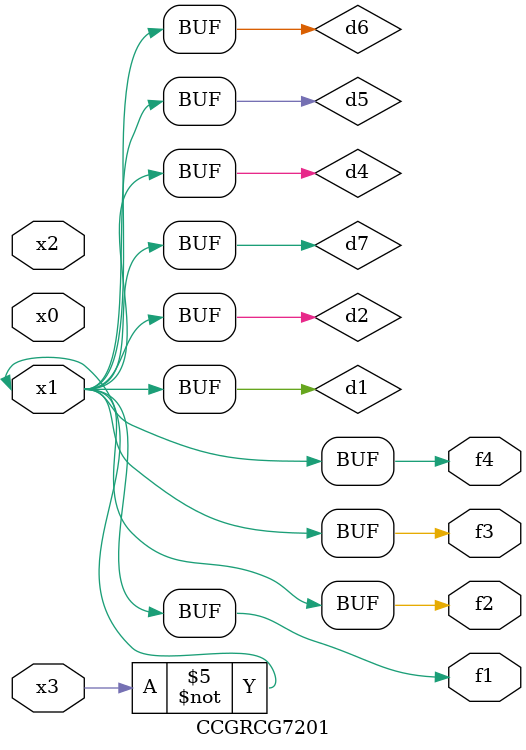
<source format=v>
module CCGRCG7201(
	input x0, x1, x2, x3,
	output f1, f2, f3, f4
);

	wire d1, d2, d3, d4, d5, d6, d7;

	not (d1, x3);
	buf (d2, x1);
	xnor (d3, d1, d2);
	nor (d4, d1);
	buf (d5, d1, d2);
	buf (d6, d4, d5);
	nand (d7, d4);
	assign f1 = d6;
	assign f2 = d7;
	assign f3 = d6;
	assign f4 = d6;
endmodule

</source>
